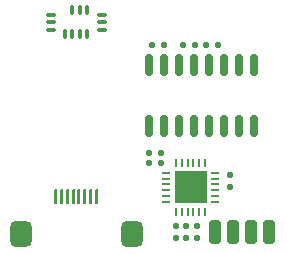
<source format=gbp>
G04*
G04 #@! TF.GenerationSoftware,Altium Limited,Altium Designer,21.9.2 (33)*
G04*
G04 Layer_Color=128*
%FSLAX25Y25*%
%MOIN*%
G70*
G04*
G04 #@! TF.SameCoordinates,6337DD35-F76D-4253-AB87-260676900378*
G04*
G04*
G04 #@! TF.FilePolarity,Positive*
G04*
G01*
G75*
G04:AMPARAMS|DCode=18|XSize=20mil|YSize=20mil|CornerRadius=5mil|HoleSize=0mil|Usage=FLASHONLY|Rotation=0.000|XOffset=0mil|YOffset=0mil|HoleType=Round|Shape=RoundedRectangle|*
%AMROUNDEDRECTD18*
21,1,0.02000,0.01000,0,0,0.0*
21,1,0.01000,0.02000,0,0,0.0*
1,1,0.01000,0.00500,-0.00500*
1,1,0.01000,-0.00500,-0.00500*
1,1,0.01000,-0.00500,0.00500*
1,1,0.01000,0.00500,0.00500*
%
%ADD18ROUNDEDRECTD18*%
G04:AMPARAMS|DCode=20|XSize=20mil|YSize=20mil|CornerRadius=5mil|HoleSize=0mil|Usage=FLASHONLY|Rotation=270.000|XOffset=0mil|YOffset=0mil|HoleType=Round|Shape=RoundedRectangle|*
%AMROUNDEDRECTD20*
21,1,0.02000,0.01000,0,0,270.0*
21,1,0.01000,0.02000,0,0,270.0*
1,1,0.01000,-0.00500,-0.00500*
1,1,0.01000,-0.00500,0.00500*
1,1,0.01000,0.00500,0.00500*
1,1,0.01000,0.00500,-0.00500*
%
%ADD20ROUNDEDRECTD20*%
%ADD36O,0.02756X0.00984*%
%ADD37O,0.00984X0.02756*%
%ADD38R,0.11024X0.10630*%
G04:AMPARAMS|DCode=39|XSize=39.37mil|YSize=78.74mil|CornerRadius=9.84mil|HoleSize=0mil|Usage=FLASHONLY|Rotation=0.000|XOffset=0mil|YOffset=0mil|HoleType=Round|Shape=RoundedRectangle|*
%AMROUNDEDRECTD39*
21,1,0.03937,0.05906,0,0,0.0*
21,1,0.01968,0.07874,0,0,0.0*
1,1,0.01968,0.00984,-0.02953*
1,1,0.01968,-0.00984,-0.02953*
1,1,0.01968,-0.00984,0.02953*
1,1,0.01968,0.00984,0.02953*
%
%ADD39ROUNDEDRECTD39*%
G04:AMPARAMS|DCode=40|XSize=86mil|YSize=72mil|CornerRadius=18mil|HoleSize=0mil|Usage=FLASHONLY|Rotation=270.000|XOffset=0mil|YOffset=0mil|HoleType=Round|Shape=RoundedRectangle|*
%AMROUNDEDRECTD40*
21,1,0.08600,0.03600,0,0,270.0*
21,1,0.05000,0.07200,0,0,270.0*
1,1,0.03600,-0.01800,-0.02500*
1,1,0.03600,-0.01800,0.02500*
1,1,0.03600,0.01800,0.02500*
1,1,0.03600,0.01800,-0.02500*
%
%ADD40ROUNDEDRECTD40*%
G04:AMPARAMS|DCode=41|XSize=70.87mil|YSize=27.56mil|CornerRadius=6.89mil|HoleSize=0mil|Usage=FLASHONLY|Rotation=90.000|XOffset=0mil|YOffset=0mil|HoleType=Round|Shape=RoundedRectangle|*
%AMROUNDEDRECTD41*
21,1,0.07087,0.01378,0,0,90.0*
21,1,0.05709,0.02756,0,0,90.0*
1,1,0.01378,0.00689,0.02854*
1,1,0.01378,0.00689,-0.02854*
1,1,0.01378,-0.00689,-0.02854*
1,1,0.01378,-0.00689,0.02854*
%
%ADD41ROUNDEDRECTD41*%
G04:AMPARAMS|DCode=42|XSize=50mil|YSize=10mil|CornerRadius=2.5mil|HoleSize=0mil|Usage=FLASHONLY|Rotation=90.000|XOffset=0mil|YOffset=0mil|HoleType=Round|Shape=RoundedRectangle|*
%AMROUNDEDRECTD42*
21,1,0.05000,0.00500,0,0,90.0*
21,1,0.04500,0.01000,0,0,90.0*
1,1,0.00500,0.00250,0.02250*
1,1,0.00500,0.00250,-0.02250*
1,1,0.00500,-0.00250,-0.02250*
1,1,0.00500,-0.00250,0.02250*
%
%ADD42ROUNDEDRECTD42*%
G04:AMPARAMS|DCode=43|XSize=13.78mil|YSize=31.5mil|CornerRadius=3.45mil|HoleSize=0mil|Usage=FLASHONLY|Rotation=270.000|XOffset=0mil|YOffset=0mil|HoleType=Round|Shape=RoundedRectangle|*
%AMROUNDEDRECTD43*
21,1,0.01378,0.02461,0,0,270.0*
21,1,0.00689,0.03150,0,0,270.0*
1,1,0.00689,-0.01230,-0.00345*
1,1,0.00689,-0.01230,0.00345*
1,1,0.00689,0.01230,0.00345*
1,1,0.00689,0.01230,-0.00345*
%
%ADD43ROUNDEDRECTD43*%
G04:AMPARAMS|DCode=44|XSize=13.78mil|YSize=31.5mil|CornerRadius=3.45mil|HoleSize=0mil|Usage=FLASHONLY|Rotation=180.000|XOffset=0mil|YOffset=0mil|HoleType=Round|Shape=RoundedRectangle|*
%AMROUNDEDRECTD44*
21,1,0.01378,0.02461,0,0,180.0*
21,1,0.00689,0.03150,0,0,180.0*
1,1,0.00689,-0.00345,0.01230*
1,1,0.00689,0.00345,0.01230*
1,1,0.00689,0.00345,-0.01230*
1,1,0.00689,-0.00345,-0.01230*
%
%ADD44ROUNDEDRECTD44*%
D18*
X51000Y23000D02*
D03*
Y27000D02*
D03*
X40000Y6000D02*
D03*
Y10000D02*
D03*
X33000D02*
D03*
Y6000D02*
D03*
X36500Y10000D02*
D03*
Y6000D02*
D03*
D20*
X39500Y70500D02*
D03*
X35500D02*
D03*
X29000D02*
D03*
X25000D02*
D03*
X43000D02*
D03*
X47000D02*
D03*
X28000Y31000D02*
D03*
X24000D02*
D03*
X28000Y34500D02*
D03*
X24000D02*
D03*
D36*
X29732Y18079D02*
D03*
Y20047D02*
D03*
Y22016D02*
D03*
Y23984D02*
D03*
Y25953D02*
D03*
Y27921D02*
D03*
X46268D02*
D03*
Y25953D02*
D03*
Y23984D02*
D03*
Y22016D02*
D03*
Y20047D02*
D03*
Y18079D02*
D03*
D37*
X33079Y31268D02*
D03*
X35047D02*
D03*
X37016D02*
D03*
X38984D02*
D03*
X40953D02*
D03*
X42921D02*
D03*
Y14732D02*
D03*
X40953D02*
D03*
X38984D02*
D03*
X37016D02*
D03*
X35047D02*
D03*
X33079D02*
D03*
D38*
X38000Y23000D02*
D03*
D39*
X64000Y8000D02*
D03*
X52000D02*
D03*
X58000D02*
D03*
X46000D02*
D03*
D40*
X-18563Y7500D02*
D03*
X18563D02*
D03*
D41*
X24300Y43479D02*
D03*
X39300Y63920D02*
D03*
X24300D02*
D03*
X59300Y43479D02*
D03*
X54300D02*
D03*
X49300D02*
D03*
X44300D02*
D03*
X39300D02*
D03*
X34300D02*
D03*
X29300D02*
D03*
X59300Y63920D02*
D03*
X54300D02*
D03*
X49300D02*
D03*
X44300D02*
D03*
X34300D02*
D03*
X29300D02*
D03*
D42*
X-6890Y19900D02*
D03*
X-4921D02*
D03*
X-2953D02*
D03*
X-984D02*
D03*
X984D02*
D03*
X2953D02*
D03*
X4921D02*
D03*
X6890D02*
D03*
D43*
X-8347Y80402D02*
D03*
Y78000D02*
D03*
Y75598D02*
D03*
X8347D02*
D03*
Y78000D02*
D03*
Y80402D02*
D03*
D44*
X-3870Y73984D02*
D03*
X-1370D02*
D03*
X1130D02*
D03*
X3630D02*
D03*
Y82016D02*
D03*
X1130D02*
D03*
X-1370D02*
D03*
M02*

</source>
